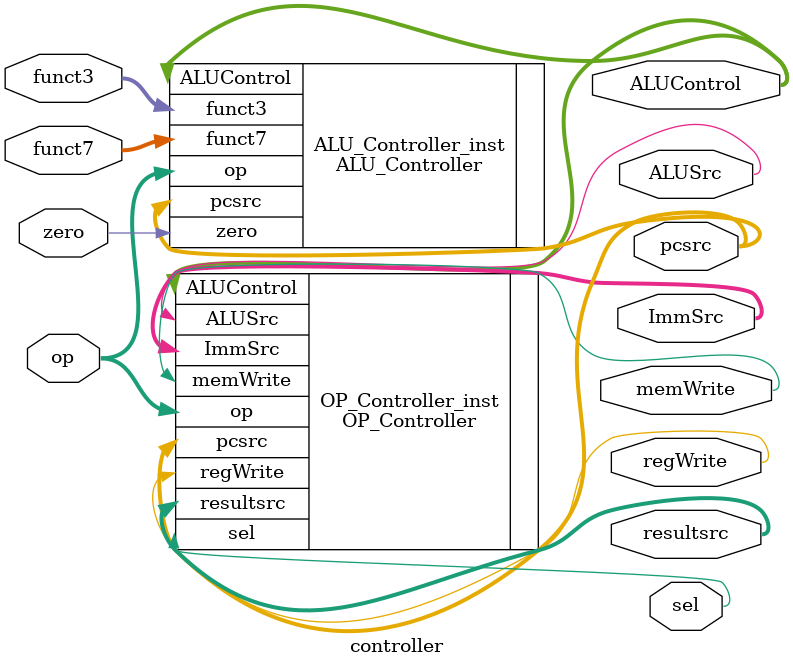
<source format=v>
module controller(op,zero,funct3,funct7,pcsrc,resultsrc,memWrite,ALUControl,ALUSrc,ImmSrc,regWrite,sel);
    input zero;
    input [2:0] funct3;
    input [6:0] op,funct7;
    output reg memWrite,ALUSrc,regWrite,sel;
    output reg [1:0] pcsrc,resultsrc;                
    output reg [2:0] ImmSrc,ALUControl;  

    ALU_Controller ALU_Controller_inst(
        .zero(zero),
        .funct3(funct3),
        .funct7(funct7),
        .op(op),
        .ALUControl(ALUControl),
        .pcsrc(pcsrc)
    );
    OP_Controller OP_Controller_inst(
        .op(op),
        .pcsrc(pcsrc),
        .resultsrc(resultsrc),
        .memWrite(memWrite),
        .ALUControl(ALUControl),
        .ALUSrc(ALUSrc),
        .ImmSrc(ImmSrc),
        .regWrite(regWrite),
        .sel(sel)
    );
endmodule
</source>
